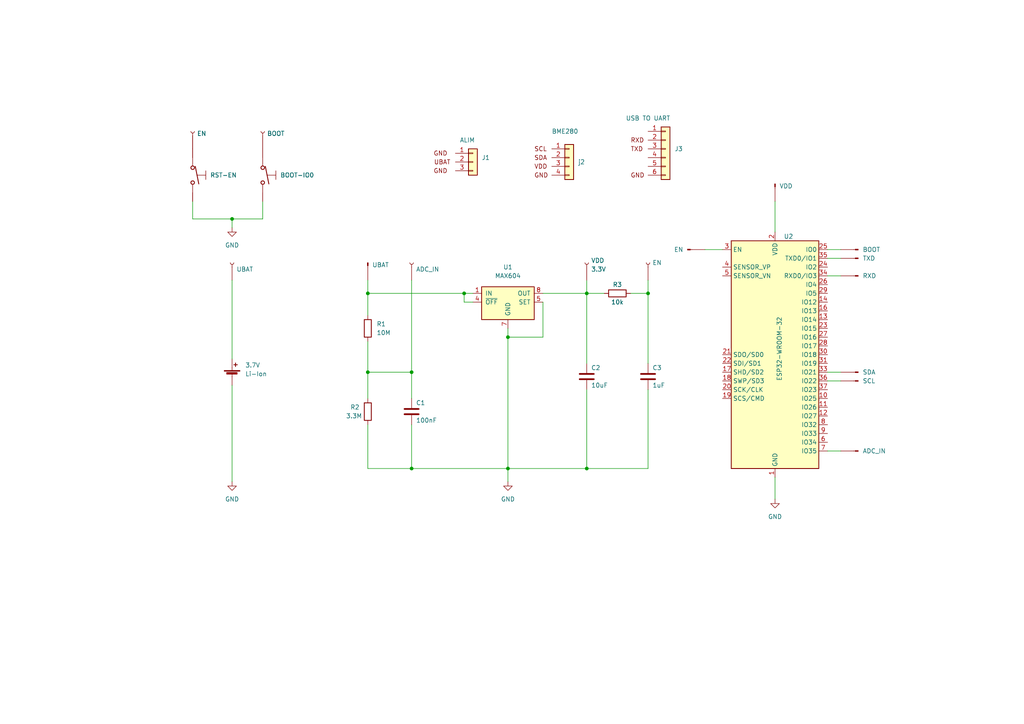
<source format=kicad_sch>
(kicad_sch (version 20230121) (generator eeschema)

  (uuid 59e138e6-7a4f-4e45-aef3-bc79353c10e7)

  (paper "A4")

  (title_block
    (title "airsens proto V06_tld")
    (date "2022-11-25")
    (rev "06_tld")
    (company "JOM52")
    (comment 1 "Série limitée pour tests longue durée")
  )

  (lib_symbols
    (symbol "Analog_Switch:ADG417BR" (pin_names (offset 0.254)) (in_bom yes) (on_board yes)
      (property "Reference" "U?" (at 1.2701 -3.81 90)
        (effects (font (size 1.27 1.27)) (justify left) hide)
      )
      (property "Value" "ADG417BR" (at 8.89 -6.35 90)
        (effects (font (size 1.27 1.27)) (justify left) hide)
      )
      (property "Footprint" "Package_SO:SOIC-8_3.9x4.9mm_P1.27mm" (at -5.08 2.54 0)
        (effects (font (size 1.27 1.27)) hide)
      )
      (property "Datasheet" "https://www.analog.com/media/en/technical-documentation/data-sheets/ADG417.pdf" (at -7.62 -1.27 0)
        (effects (font (size 1.27 1.27)) hide)
      )
      (property "ki_keywords" "CMOS Analog Switch" (at 0 0 0)
        (effects (font (size 1.27 1.27)) hide)
      )
      (property "ki_description" "Single SPST Monolithic LC²MOS Analog Switch, normally OFF, 25Ohm Ron, SOIC-8" (at 0 0 0)
        (effects (font (size 1.27 1.27)) hide)
      )
      (property "ki_fp_filters" "SOIC*3.9x4.9mm*P1.27mm*" (at 0 0 0)
        (effects (font (size 1.27 1.27)) hide)
      )
      (symbol "ADG417BR_0_1"
        (polyline
          (pts
            (xy 0 1.27)
            (xy 0 3.81)
            (xy -1.27 3.81)
            (xy 1.27 3.81)
          )
          (stroke (width 0) (type default))
          (fill (type none))
        )
      )
      (symbol "ADG417BR_1_1"
        (circle (center -2.159 0) (radius 0.508)
          (stroke (width 0.254) (type default))
          (fill (type none))
        )
        (polyline
          (pts
            (xy -5.08 0)
            (xy -2.794 0)
          )
          (stroke (width 0) (type default))
          (fill (type none))
        )
        (polyline
          (pts
            (xy -2.54 0.762)
            (xy 2.54 1.778)
          )
          (stroke (width 0.254) (type default))
          (fill (type none))
        )
        (polyline
          (pts
            (xy 5.08 0)
            (xy 2.794 0)
          )
          (stroke (width 0) (type default))
          (fill (type none))
        )
        (circle (center 2.159 0) (radius 0.508)
          (stroke (width 0.254) (type default))
          (fill (type none))
        )
        (pin passive line (at -7.62 0 0) (length 2.54)
          (name "~" (effects (font (size 1.27 1.27))))
          (number "" (effects (font (size 1.27 1.27))))
        )
        (pin passive line (at 7.62 0 180) (length 2.54)
          (name "~" (effects (font (size 1.27 1.27))))
          (number "" (effects (font (size 1.27 1.27))))
        )
      )
      (symbol "ADG417BR_2_0"
        (pin no_connect line (at -2.54 10.16 270) (length 2.54) hide
          (name "NC" (effects (font (size 1.27 1.27))))
          (number "2" (effects (font (size 1.27 1.27))))
        )
        (pin power_in line (at 0 -12.7 90) (length 2.54)
          (name "GND" (effects (font (size 1.27 1.27))))
          (number "3" (effects (font (size 1.27 1.27))))
        )
        (pin power_in line (at 0 12.7 270) (length 2.54)
          (name "V+" (effects (font (size 1.27 1.27))))
          (number "4" (effects (font (size 1.27 1.27))))
        )
        (pin power_in line (at 2.54 12.7 270) (length 2.54)
          (name "VL" (effects (font (size 1.27 1.27))))
          (number "5" (effects (font (size 1.27 1.27))))
        )
        (pin power_in line (at 2.54 -12.7 90) (length 2.54)
          (name "V-" (effects (font (size 1.27 1.27))))
          (number "7" (effects (font (size 1.27 1.27))))
        )
      )
      (symbol "ADG417BR_2_1"
        (rectangle (start -3.81 10.16) (end 6.35 -10.16)
          (stroke (width 0.254) (type default))
          (fill (type background))
        )
      )
    )
    (symbol "Conn_01x01_Female_1" (pin_numbers hide) (pin_names (offset 1.016) hide) (in_bom yes) (on_board yes)
      (property "Reference" "J" (at 0 2.54 0)
        (effects (font (size 1.27 1.27)))
      )
      (property "Value" "Conn_01x01_Female_1" (at 0 -2.54 0)
        (effects (font (size 1.27 1.27)))
      )
      (property "Footprint" "" (at 0 0 0)
        (effects (font (size 1.27 1.27)) hide)
      )
      (property "Datasheet" "~" (at 0 0 0)
        (effects (font (size 1.27 1.27)) hide)
      )
      (property "ki_keywords" "connector" (at 0 0 0)
        (effects (font (size 1.27 1.27)) hide)
      )
      (property "ki_description" "Generic connector, single row, 01x01, script generated (kicad-library-utils/schlib/autogen/connector/)" (at 0 0 0)
        (effects (font (size 1.27 1.27)) hide)
      )
      (property "ki_fp_filters" "Connector*:*" (at 0 0 0)
        (effects (font (size 1.27 1.27)) hide)
      )
      (symbol "Conn_01x01_Female_1_1_1"
        (polyline
          (pts
            (xy -1.27 0)
            (xy -0.508 0)
          )
          (stroke (width 0.1524) (type default))
          (fill (type none))
        )
        (arc (start 0 0.508) (mid -0.5058 0) (end 0 -0.508)
          (stroke (width 0.1524) (type default))
          (fill (type none))
        )
        (pin passive line (at -5.08 0 0) (length 3.81)
          (name "Pin_1" (effects (font (size 1.27 1.27))))
          (number "1" (effects (font (size 1.27 1.27))))
        )
      )
    )
    (symbol "Conn_01x01_Female_2" (pin_numbers hide) (pin_names (offset 1.016) hide) (in_bom yes) (on_board yes)
      (property "Reference" "J" (at 0 2.54 0)
        (effects (font (size 1.27 1.27)))
      )
      (property "Value" "Conn_01x01_Female_2" (at 0 -2.54 0)
        (effects (font (size 1.27 1.27)))
      )
      (property "Footprint" "" (at 0 0 0)
        (effects (font (size 1.27 1.27)) hide)
      )
      (property "Datasheet" "~" (at 0 0 0)
        (effects (font (size 1.27 1.27)) hide)
      )
      (property "ki_keywords" "connector" (at 0 0 0)
        (effects (font (size 1.27 1.27)) hide)
      )
      (property "ki_description" "Generic connector, single row, 01x01, script generated (kicad-library-utils/schlib/autogen/connector/)" (at 0 0 0)
        (effects (font (size 1.27 1.27)) hide)
      )
      (property "ki_fp_filters" "Connector*:*" (at 0 0 0)
        (effects (font (size 1.27 1.27)) hide)
      )
      (symbol "Conn_01x01_Female_2_1_1"
        (polyline
          (pts
            (xy -1.27 0)
            (xy -0.508 0)
          )
          (stroke (width 0.1524) (type default))
          (fill (type none))
        )
        (arc (start 0 0.508) (mid -0.5058 0) (end 0 -0.508)
          (stroke (width 0.1524) (type default))
          (fill (type none))
        )
        (pin passive line (at -5.08 0 0) (length 3.81)
          (name "Pin_1" (effects (font (size 1.27 1.27))))
          (number "1" (effects (font (size 1.27 1.27))))
        )
      )
    )
    (symbol "Conn_01x01_Male_1" (pin_numbers hide) (pin_names (offset 1.016) hide) (in_bom yes) (on_board yes)
      (property "Reference" "J" (at 0 2.54 0)
        (effects (font (size 1.27 1.27)))
      )
      (property "Value" "Conn_01x01_Male_1" (at 0 -2.54 0)
        (effects (font (size 1.27 1.27)))
      )
      (property "Footprint" "" (at 0 0 0)
        (effects (font (size 1.27 1.27)) hide)
      )
      (property "Datasheet" "~" (at 0 0 0)
        (effects (font (size 1.27 1.27)) hide)
      )
      (property "ki_keywords" "connector" (at 0 0 0)
        (effects (font (size 1.27 1.27)) hide)
      )
      (property "ki_description" "Generic connector, single row, 01x01, script generated (kicad-library-utils/schlib/autogen/connector/)" (at 0 0 0)
        (effects (font (size 1.27 1.27)) hide)
      )
      (property "ki_fp_filters" "Connector*:*" (at 0 0 0)
        (effects (font (size 1.27 1.27)) hide)
      )
      (symbol "Conn_01x01_Male_1_1_1"
        (polyline
          (pts
            (xy 1.27 0)
            (xy 0.8636 0)
          )
          (stroke (width 0.1524) (type default))
          (fill (type none))
        )
        (rectangle (start 0.8636 0.127) (end 0 -0.127)
          (stroke (width 0.1524) (type default))
          (fill (type outline))
        )
        (pin passive line (at 5.08 0 180) (length 3.81)
          (name "Pin_1" (effects (font (size 1.27 1.27))))
          (number "1" (effects (font (size 1.27 1.27))))
        )
      )
    )
    (symbol "Conn_01x01_Male_2" (pin_numbers hide) (pin_names (offset 1.016) hide) (in_bom yes) (on_board yes)
      (property "Reference" "J" (at 0 2.54 0)
        (effects (font (size 1.27 1.27)))
      )
      (property "Value" "Conn_01x01_Male_2" (at 0 -2.54 0)
        (effects (font (size 1.27 1.27)))
      )
      (property "Footprint" "" (at 0 0 0)
        (effects (font (size 1.27 1.27)) hide)
      )
      (property "Datasheet" "~" (at 0 0 0)
        (effects (font (size 1.27 1.27)) hide)
      )
      (property "ki_keywords" "connector" (at 0 0 0)
        (effects (font (size 1.27 1.27)) hide)
      )
      (property "ki_description" "Generic connector, single row, 01x01, script generated (kicad-library-utils/schlib/autogen/connector/)" (at 0 0 0)
        (effects (font (size 1.27 1.27)) hide)
      )
      (property "ki_fp_filters" "Connector*:*" (at 0 0 0)
        (effects (font (size 1.27 1.27)) hide)
      )
      (symbol "Conn_01x01_Male_2_1_1"
        (polyline
          (pts
            (xy 1.27 0)
            (xy 0.8636 0)
          )
          (stroke (width 0.1524) (type default))
          (fill (type none))
        )
        (rectangle (start 0.8636 0.127) (end 0 -0.127)
          (stroke (width 0.1524) (type default))
          (fill (type outline))
        )
        (pin passive line (at 5.08 0 180) (length 3.81)
          (name "Pin_1" (effects (font (size 1.27 1.27))))
          (number "1" (effects (font (size 1.27 1.27))))
        )
      )
    )
    (symbol "Conn_01x01_Male_3" (pin_numbers hide) (pin_names (offset 1.016) hide) (in_bom yes) (on_board yes)
      (property "Reference" "J" (at 0 2.54 0)
        (effects (font (size 1.27 1.27)))
      )
      (property "Value" "Conn_01x01_Male_3" (at 0 -2.54 0)
        (effects (font (size 1.27 1.27)))
      )
      (property "Footprint" "" (at 0 0 0)
        (effects (font (size 1.27 1.27)) hide)
      )
      (property "Datasheet" "~" (at 0 0 0)
        (effects (font (size 1.27 1.27)) hide)
      )
      (property "ki_keywords" "connector" (at 0 0 0)
        (effects (font (size 1.27 1.27)) hide)
      )
      (property "ki_description" "Generic connector, single row, 01x01, script generated (kicad-library-utils/schlib/autogen/connector/)" (at 0 0 0)
        (effects (font (size 1.27 1.27)) hide)
      )
      (property "ki_fp_filters" "Connector*:*" (at 0 0 0)
        (effects (font (size 1.27 1.27)) hide)
      )
      (symbol "Conn_01x01_Male_3_1_1"
        (polyline
          (pts
            (xy 1.27 0)
            (xy 0.8636 0)
          )
          (stroke (width 0.1524) (type default))
          (fill (type none))
        )
        (rectangle (start 0.8636 0.127) (end 0 -0.127)
          (stroke (width 0.1524) (type default))
          (fill (type outline))
        )
        (pin passive line (at 5.08 0 180) (length 3.81)
          (name "Pin_1" (effects (font (size 1.27 1.27))))
          (number "1" (effects (font (size 1.27 1.27))))
        )
      )
    )
    (symbol "Conn_01x03_1" (pin_names (offset 1.016) hide) (in_bom yes) (on_board yes)
      (property "Reference" "J?" (at 2.54 1.2701 0)
        (effects (font (size 1.27 1.27)) (justify left) hide)
      )
      (property "Value" "ALIM" (at -2.54 6.35 0)
        (effects (font (size 1.27 1.27)) (justify left))
      )
      (property "Footprint" "" (at 0 0 0)
        (effects (font (size 1.27 1.27)) hide)
      )
      (property "Datasheet" "~" (at 0 0 0)
        (effects (font (size 1.27 1.27)) hide)
      )
      (property "ki_keywords" "connector" (at 0 0 0)
        (effects (font (size 1.27 1.27)) hide)
      )
      (property "ki_description" "Generic connector, single row, 01x03, script generated (kicad-library-utils/schlib/autogen/connector/)" (at 0 0 0)
        (effects (font (size 1.27 1.27)) hide)
      )
      (property "ki_fp_filters" "Connector*:*_1x??_*" (at 0 0 0)
        (effects (font (size 1.27 1.27)) hide)
      )
      (symbol "Conn_01x03_1_0_0"
        (text "GND" (at -11.43 -2.54 0)
          (effects (font (size 1.27 1.27)) (justify left))
        )
        (text "GND" (at -11.43 2.54 0)
          (effects (font (size 1.27 1.27)) (justify left))
        )
        (text "UBAT" (at -8.89 0 0)
          (effects (font (size 1.27 1.27)))
        )
      )
      (symbol "Conn_01x03_1_1_1"
        (rectangle (start -1.27 -2.413) (end 0 -2.667)
          (stroke (width 0.1524) (type default))
          (fill (type none))
        )
        (rectangle (start -1.27 0.127) (end 0 -0.127)
          (stroke (width 0.1524) (type default))
          (fill (type none))
        )
        (rectangle (start -1.27 2.667) (end 0 2.413)
          (stroke (width 0.1524) (type default))
          (fill (type none))
        )
        (rectangle (start -1.27 3.81) (end 1.27 -3.81)
          (stroke (width 0.254) (type default))
          (fill (type background))
        )
        (pin passive line (at -5.08 2.54 0) (length 3.81)
          (name "Pin_1" (effects (font (size 1.27 1.27))))
          (number "1" (effects (font (size 1.27 1.27))))
        )
        (pin passive line (at -5.08 0 0) (length 3.81)
          (name "Pin_2" (effects (font (size 1.27 1.27))))
          (number "2" (effects (font (size 1.27 1.27))))
        )
        (pin passive line (at -5.08 -2.54 0) (length 3.81)
          (name "Pin_3" (effects (font (size 1.27 1.27))))
          (number "3" (effects (font (size 1.27 1.27))))
        )
      )
    )
    (symbol "Connector:Conn_01x01_Female" (pin_numbers hide) (pin_names (offset 1.016) hide) (in_bom yes) (on_board yes)
      (property "Reference" "J" (at 0 2.54 0)
        (effects (font (size 1.27 1.27)))
      )
      (property "Value" "Conn_01x01_Female" (at 0 -2.54 0)
        (effects (font (size 1.27 1.27)))
      )
      (property "Footprint" "" (at 0 0 0)
        (effects (font (size 1.27 1.27)) hide)
      )
      (property "Datasheet" "~" (at 0 0 0)
        (effects (font (size 1.27 1.27)) hide)
      )
      (property "ki_keywords" "connector" (at 0 0 0)
        (effects (font (size 1.27 1.27)) hide)
      )
      (property "ki_description" "Generic connector, single row, 01x01, script generated (kicad-library-utils/schlib/autogen/connector/)" (at 0 0 0)
        (effects (font (size 1.27 1.27)) hide)
      )
      (property "ki_fp_filters" "Connector*:*" (at 0 0 0)
        (effects (font (size 1.27 1.27)) hide)
      )
      (symbol "Conn_01x01_Female_1_1"
        (polyline
          (pts
            (xy -1.27 0)
            (xy -0.508 0)
          )
          (stroke (width 0.1524) (type default))
          (fill (type none))
        )
        (arc (start 0 0.508) (mid -0.5058 0) (end 0 -0.508)
          (stroke (width 0.1524) (type default))
          (fill (type none))
        )
        (pin passive line (at -5.08 0 0) (length 3.81)
          (name "Pin_1" (effects (font (size 1.27 1.27))))
          (number "1" (effects (font (size 1.27 1.27))))
        )
      )
    )
    (symbol "Connector:Conn_01x01_Male" (pin_numbers hide) (pin_names (offset 1.016) hide) (in_bom yes) (on_board yes)
      (property "Reference" "J" (at 0 2.54 0)
        (effects (font (size 1.27 1.27)))
      )
      (property "Value" "Conn_01x01_Male" (at 0 -2.54 0)
        (effects (font (size 1.27 1.27)))
      )
      (property "Footprint" "" (at 0 0 0)
        (effects (font (size 1.27 1.27)) hide)
      )
      (property "Datasheet" "~" (at 0 0 0)
        (effects (font (size 1.27 1.27)) hide)
      )
      (property "ki_keywords" "connector" (at 0 0 0)
        (effects (font (size 1.27 1.27)) hide)
      )
      (property "ki_description" "Generic connector, single row, 01x01, script generated (kicad-library-utils/schlib/autogen/connector/)" (at 0 0 0)
        (effects (font (size 1.27 1.27)) hide)
      )
      (property "ki_fp_filters" "Connector*:*" (at 0 0 0)
        (effects (font (size 1.27 1.27)) hide)
      )
      (symbol "Conn_01x01_Male_1_1"
        (polyline
          (pts
            (xy 1.27 0)
            (xy 0.8636 0)
          )
          (stroke (width 0.1524) (type default))
          (fill (type none))
        )
        (rectangle (start 0.8636 0.127) (end 0 -0.127)
          (stroke (width 0.1524) (type default))
          (fill (type outline))
        )
        (pin passive line (at 5.08 0 180) (length 3.81)
          (name "Pin_1" (effects (font (size 1.27 1.27))))
          (number "1" (effects (font (size 1.27 1.27))))
        )
      )
    )
    (symbol "Connector_Generic:Conn_01x04" (pin_names (offset 1.016) hide) (in_bom yes) (on_board yes)
      (property "Reference" "j2" (at 2.54 -1.27 0)
        (effects (font (size 1.27 1.27)) (justify left))
      )
      (property "Value" "BME280" (at -5.08 7.62 0)
        (effects (font (size 1.27 1.27)) (justify left))
      )
      (property "Footprint" "" (at 0 0 0)
        (effects (font (size 1.27 1.27)) hide)
      )
      (property "Datasheet" "~" (at 0 0 0)
        (effects (font (size 1.27 1.27)) hide)
      )
      (property "ki_keywords" "connector" (at 0 0 0)
        (effects (font (size 1.27 1.27)) hide)
      )
      (property "ki_description" "Generic connector, single row, 01x04, script generated (kicad-library-utils/schlib/autogen/connector/)" (at 0 0 0)
        (effects (font (size 1.27 1.27)) hide)
      )
      (property "ki_fp_filters" "Connector*:*_1x??_*" (at 0 0 0)
        (effects (font (size 1.27 1.27)) hide)
      )
      (symbol "Conn_01x04_0_0"
        (text "" (at -6.35 8.89 0)
          (effects (font (size 1.27 1.27)))
        )
        (text "" (at -1.27 8.89 0)
          (effects (font (size 1.27 1.27)))
        )
        (text "" (at 2.54 7.62 0)
          (effects (font (size 1.27 1.27)))
        )
        (text "GND" (at -10.16 -5.08 0)
          (effects (font (size 1.27 1.27)) (justify left))
        )
        (text "SCL" (at -10.16 2.54 0)
          (effects (font (size 1.27 1.27)) (justify left))
        )
        (text "SDA" (at -10.16 0 0)
          (effects (font (size 1.27 1.27)) (justify left))
        )
        (text "VDD" (at -10.16 -2.54 0)
          (effects (font (size 1.27 1.27)) (justify left))
        )
      )
      (symbol "Conn_01x04_1_1"
        (rectangle (start -1.27 -4.953) (end 0 -5.207)
          (stroke (width 0.1524) (type default))
          (fill (type none))
        )
        (rectangle (start -1.27 -2.413) (end 0 -2.667)
          (stroke (width 0.1524) (type default))
          (fill (type none))
        )
        (rectangle (start -1.27 0.127) (end 0 -0.127)
          (stroke (width 0.1524) (type default))
          (fill (type none))
        )
        (rectangle (start -1.27 2.667) (end 0 2.413)
          (stroke (width 0.1524) (type default))
          (fill (type none))
        )
        (rectangle (start -1.27 3.81) (end 1.27 -6.35)
          (stroke (width 0.254) (type default))
          (fill (type background))
        )
        (pin passive line (at -5.08 2.54 0) (length 3.81)
          (name "Pin_1" (effects (font (size 1.27 1.27))))
          (number "1" (effects (font (size 1.27 1.27))))
        )
        (pin passive line (at -5.08 0 0) (length 3.81)
          (name "Pin_2" (effects (font (size 1.27 1.27))))
          (number "2" (effects (font (size 1.27 1.27))))
        )
        (pin passive line (at -5.08 -2.54 0) (length 3.81)
          (name "Pin_3" (effects (font (size 1.27 1.27))))
          (number "3" (effects (font (size 1.27 1.27))))
        )
        (pin passive line (at -5.08 -5.08 0) (length 3.81)
          (name "Pin_4" (effects (font (size 1.27 1.27))))
          (number "4" (effects (font (size 1.27 1.27))))
        )
      )
    )
    (symbol "Connector_Generic:Conn_01x06" (pin_names (offset 1.016) hide) (in_bom yes) (on_board yes)
      (property "Reference" "J3" (at 3.81 0 0)
        (effects (font (size 1.27 1.27)))
      )
      (property "Value" "USB TO UART" (at -5.08 8.89 0)
        (effects (font (size 1.27 1.27)))
      )
      (property "Footprint" "" (at 0 0 0)
        (effects (font (size 1.27 1.27)) hide)
      )
      (property "Datasheet" "~" (at 0 0 0)
        (effects (font (size 1.27 1.27)) hide)
      )
      (property "ki_keywords" "connector" (at 0 0 0)
        (effects (font (size 1.27 1.27)) hide)
      )
      (property "ki_description" "Generic connector, single row, 01x06, script generated (kicad-library-utils/schlib/autogen/connector/)" (at 0 0 0)
        (effects (font (size 1.27 1.27)) hide)
      )
      (property "ki_fp_filters" "Connector*:*_1x??_*" (at 0 0 0)
        (effects (font (size 1.27 1.27)) hide)
      )
      (symbol "Conn_01x06_0_0"
        (text "GND" (at -10.16 -7.62 0)
          (effects (font (size 1.27 1.27)) (justify left))
        )
        (text "RXD" (at -10.16 2.54 0)
          (effects (font (size 1.27 1.27)) (justify left))
        )
        (text "TXD" (at -10.16 0 0)
          (effects (font (size 1.27 1.27)) (justify left))
        )
      )
      (symbol "Conn_01x06_1_1"
        (rectangle (start -1.27 -7.493) (end 0 -7.747)
          (stroke (width 0.1524) (type default))
          (fill (type none))
        )
        (rectangle (start -1.27 -4.953) (end 0 -5.207)
          (stroke (width 0.1524) (type default))
          (fill (type none))
        )
        (rectangle (start -1.27 -2.413) (end 0 -2.667)
          (stroke (width 0.1524) (type default))
          (fill (type none))
        )
        (rectangle (start -1.27 0.127) (end 0 -0.127)
          (stroke (width 0.1524) (type default))
          (fill (type none))
        )
        (rectangle (start -1.27 2.667) (end 0 2.413)
          (stroke (width 0.1524) (type default))
          (fill (type none))
        )
        (rectangle (start -1.27 5.207) (end 0 4.953)
          (stroke (width 0.1524) (type default))
          (fill (type none))
        )
        (rectangle (start -1.27 6.35) (end 1.27 -8.89)
          (stroke (width 0.254) (type default))
          (fill (type background))
        )
        (pin passive line (at -5.08 5.08 0) (length 3.81)
          (name "Pin_1" (effects (font (size 1.27 1.27))))
          (number "1" (effects (font (size 1.27 1.27))))
        )
        (pin passive line (at -5.08 2.54 0) (length 3.81)
          (name "Pin_2" (effects (font (size 1.27 1.27))))
          (number "2" (effects (font (size 1.27 1.27))))
        )
        (pin passive line (at -5.08 0 0) (length 3.81)
          (name "Pin_3" (effects (font (size 1.27 1.27))))
          (number "3" (effects (font (size 1.27 1.27))))
        )
        (pin passive line (at -5.08 -2.54 0) (length 3.81)
          (name "Pin_4" (effects (font (size 1.27 1.27))))
          (number "4" (effects (font (size 1.27 1.27))))
        )
        (pin passive line (at -5.08 -5.08 0) (length 3.81)
          (name "Pin_5" (effects (font (size 1.27 1.27))))
          (number "5" (effects (font (size 1.27 1.27))))
        )
        (pin passive line (at -5.08 -7.62 0) (length 3.81)
          (name "Pin_6" (effects (font (size 1.27 1.27))))
          (number "6" (effects (font (size 1.27 1.27))))
        )
      )
    )
    (symbol "Device:Battery_Cell" (pin_numbers hide) (pin_names (offset 0) hide) (in_bom yes) (on_board yes)
      (property "Reference" "BT" (at 2.54 2.54 0)
        (effects (font (size 1.27 1.27)) (justify left))
      )
      (property "Value" "Battery_Cell" (at 2.54 0 0)
        (effects (font (size 1.27 1.27)) (justify left))
      )
      (property "Footprint" "" (at 0 1.524 90)
        (effects (font (size 1.27 1.27)) hide)
      )
      (property "Datasheet" "~" (at 0 1.524 90)
        (effects (font (size 1.27 1.27)) hide)
      )
      (property "ki_keywords" "battery cell" (at 0 0 0)
        (effects (font (size 1.27 1.27)) hide)
      )
      (property "ki_description" "Single-cell battery" (at 0 0 0)
        (effects (font (size 1.27 1.27)) hide)
      )
      (symbol "Battery_Cell_0_1"
        (rectangle (start -2.286 1.778) (end 2.286 1.524)
          (stroke (width 0) (type default))
          (fill (type outline))
        )
        (rectangle (start -1.5748 1.1938) (end 1.4732 0.6858)
          (stroke (width 0) (type default))
          (fill (type outline))
        )
        (polyline
          (pts
            (xy 0 0.762)
            (xy 0 0)
          )
          (stroke (width 0) (type default))
          (fill (type none))
        )
        (polyline
          (pts
            (xy 0 1.778)
            (xy 0 2.54)
          )
          (stroke (width 0) (type default))
          (fill (type none))
        )
        (polyline
          (pts
            (xy 0.508 3.429)
            (xy 1.524 3.429)
          )
          (stroke (width 0.254) (type default))
          (fill (type none))
        )
        (polyline
          (pts
            (xy 1.016 3.937)
            (xy 1.016 2.921)
          )
          (stroke (width 0.254) (type default))
          (fill (type none))
        )
      )
      (symbol "Battery_Cell_1_1"
        (pin passive line (at 0 5.08 270) (length 2.54)
          (name "+" (effects (font (size 1.27 1.27))))
          (number "1" (effects (font (size 1.27 1.27))))
        )
        (pin passive line (at 0 -2.54 90) (length 2.54)
          (name "-" (effects (font (size 1.27 1.27))))
          (number "2" (effects (font (size 1.27 1.27))))
        )
      )
    )
    (symbol "Device:C" (pin_numbers hide) (pin_names (offset 0.254)) (in_bom yes) (on_board yes)
      (property "Reference" "C" (at 0.635 2.54 0)
        (effects (font (size 1.27 1.27)) (justify left))
      )
      (property "Value" "C" (at 0.635 -2.54 0)
        (effects (font (size 1.27 1.27)) (justify left))
      )
      (property "Footprint" "" (at 0.9652 -3.81 0)
        (effects (font (size 1.27 1.27)) hide)
      )
      (property "Datasheet" "~" (at 0 0 0)
        (effects (font (size 1.27 1.27)) hide)
      )
      (property "ki_keywords" "cap capacitor" (at 0 0 0)
        (effects (font (size 1.27 1.27)) hide)
      )
      (property "ki_description" "Unpolarized capacitor" (at 0 0 0)
        (effects (font (size 1.27 1.27)) hide)
      )
      (property "ki_fp_filters" "C_*" (at 0 0 0)
        (effects (font (size 1.27 1.27)) hide)
      )
      (symbol "C_0_1"
        (polyline
          (pts
            (xy -2.032 -0.762)
            (xy 2.032 -0.762)
          )
          (stroke (width 0.508) (type default))
          (fill (type none))
        )
        (polyline
          (pts
            (xy -2.032 0.762)
            (xy 2.032 0.762)
          )
          (stroke (width 0.508) (type default))
          (fill (type none))
        )
      )
      (symbol "C_1_1"
        (pin passive line (at 0 3.81 270) (length 2.794)
          (name "~" (effects (font (size 1.27 1.27))))
          (number "1" (effects (font (size 1.27 1.27))))
        )
        (pin passive line (at 0 -3.81 90) (length 2.794)
          (name "~" (effects (font (size 1.27 1.27))))
          (number "2" (effects (font (size 1.27 1.27))))
        )
      )
    )
    (symbol "Device:R" (pin_numbers hide) (pin_names (offset 0)) (in_bom yes) (on_board yes)
      (property "Reference" "R" (at 2.032 0 90)
        (effects (font (size 1.27 1.27)))
      )
      (property "Value" "R" (at 0 0 90)
        (effects (font (size 1.27 1.27)))
      )
      (property "Footprint" "" (at -1.778 0 90)
        (effects (font (size 1.27 1.27)) hide)
      )
      (property "Datasheet" "~" (at 0 0 0)
        (effects (font (size 1.27 1.27)) hide)
      )
      (property "ki_keywords" "R res resistor" (at 0 0 0)
        (effects (font (size 1.27 1.27)) hide)
      )
      (property "ki_description" "Resistor" (at 0 0 0)
        (effects (font (size 1.27 1.27)) hide)
      )
      (property "ki_fp_filters" "R_*" (at 0 0 0)
        (effects (font (size 1.27 1.27)) hide)
      )
      (symbol "R_0_1"
        (rectangle (start -1.016 -2.54) (end 1.016 2.54)
          (stroke (width 0.254) (type default))
          (fill (type none))
        )
      )
      (symbol "R_1_1"
        (pin passive line (at 0 3.81 270) (length 1.27)
          (name "~" (effects (font (size 1.27 1.27))))
          (number "1" (effects (font (size 1.27 1.27))))
        )
        (pin passive line (at 0 -3.81 90) (length 1.27)
          (name "~" (effects (font (size 1.27 1.27))))
          (number "2" (effects (font (size 1.27 1.27))))
        )
      )
    )
    (symbol "RF_Module:ESP32-WROOM-32" (in_bom yes) (on_board yes)
      (property "Reference" "U" (at -12.7 34.29 0)
        (effects (font (size 1.27 1.27)) (justify left))
      )
      (property "Value" "ESP32-WROOM-32" (at 1.27 34.29 0)
        (effects (font (size 1.27 1.27)) (justify left))
      )
      (property "Footprint" "RF_Module:ESP32-WROOM-32" (at 0 -38.1 0)
        (effects (font (size 1.27 1.27)) hide)
      )
      (property "Datasheet" "https://www.espressif.com/sites/default/files/documentation/esp32-wroom-32_datasheet_en.pdf" (at -7.62 1.27 0)
        (effects (font (size 1.27 1.27)) hide)
      )
      (property "ki_keywords" "RF Radio BT ESP ESP32 Espressif onboard PCB antenna" (at 0 0 0)
        (effects (font (size 1.27 1.27)) hide)
      )
      (property "ki_description" "RF Module, ESP32-D0WDQ6 SoC, Wi-Fi 802.11b/g/n, Bluetooth, BLE, 32-bit, 2.7-3.6V, onboard antenna, SMD" (at 0 0 0)
        (effects (font (size 1.27 1.27)) hide)
      )
      (property "ki_fp_filters" "ESP32?WROOM?32*" (at 0 0 0)
        (effects (font (size 1.27 1.27)) hide)
      )
      (symbol "ESP32-WROOM-32_0_1"
        (rectangle (start -12.7 33.02) (end 12.7 -33.02)
          (stroke (width 0.254) (type default))
          (fill (type background))
        )
      )
      (symbol "ESP32-WROOM-32_1_1"
        (pin power_in line (at 0 -35.56 90) (length 2.54)
          (name "GND" (effects (font (size 1.27 1.27))))
          (number "1" (effects (font (size 1.27 1.27))))
        )
        (pin bidirectional line (at 15.24 -12.7 180) (length 2.54)
          (name "IO25" (effects (font (size 1.27 1.27))))
          (number "10" (effects (font (size 1.27 1.27))))
        )
        (pin bidirectional line (at 15.24 -15.24 180) (length 2.54)
          (name "IO26" (effects (font (size 1.27 1.27))))
          (number "11" (effects (font (size 1.27 1.27))))
        )
        (pin bidirectional line (at 15.24 -17.78 180) (length 2.54)
          (name "IO27" (effects (font (size 1.27 1.27))))
          (number "12" (effects (font (size 1.27 1.27))))
        )
        (pin bidirectional line (at 15.24 10.16 180) (length 2.54)
          (name "IO14" (effects (font (size 1.27 1.27))))
          (number "13" (effects (font (size 1.27 1.27))))
        )
        (pin bidirectional line (at 15.24 15.24 180) (length 2.54)
          (name "IO12" (effects (font (size 1.27 1.27))))
          (number "14" (effects (font (size 1.27 1.27))))
        )
        (pin passive line (at 0 -35.56 90) (length 2.54) hide
          (name "GND" (effects (font (size 1.27 1.27))))
          (number "15" (effects (font (size 1.27 1.27))))
        )
        (pin bidirectional line (at 15.24 12.7 180) (length 2.54)
          (name "IO13" (effects (font (size 1.27 1.27))))
          (number "16" (effects (font (size 1.27 1.27))))
        )
        (pin bidirectional line (at -15.24 -5.08 0) (length 2.54)
          (name "SHD/SD2" (effects (font (size 1.27 1.27))))
          (number "17" (effects (font (size 1.27 1.27))))
        )
        (pin bidirectional line (at -15.24 -7.62 0) (length 2.54)
          (name "SWP/SD3" (effects (font (size 1.27 1.27))))
          (number "18" (effects (font (size 1.27 1.27))))
        )
        (pin bidirectional line (at -15.24 -12.7 0) (length 2.54)
          (name "SCS/CMD" (effects (font (size 1.27 1.27))))
          (number "19" (effects (font (size 1.27 1.27))))
        )
        (pin power_in line (at 0 35.56 270) (length 2.54)
          (name "VDD" (effects (font (size 1.27 1.27))))
          (number "2" (effects (font (size 1.27 1.27))))
        )
        (pin bidirectional line (at -15.24 -10.16 0) (length 2.54)
          (name "SCK/CLK" (effects (font (size 1.27 1.27))))
          (number "20" (effects (font (size 1.27 1.27))))
        )
        (pin bidirectional line (at -15.24 0 0) (length 2.54)
          (name "SDO/SD0" (effects (font (size 1.27 1.27))))
          (number "21" (effects (font (size 1.27 1.27))))
        )
        (pin bidirectional line (at -15.24 -2.54 0) (length 2.54)
          (name "SDI/SD1" (effects (font (size 1.27 1.27))))
          (number "22" (effects (font (size 1.27 1.27))))
        )
        (pin bidirectional line (at 15.24 7.62 180) (length 2.54)
          (name "IO15" (effects (font (size 1.27 1.27))))
          (number "23" (effects (font (size 1.27 1.27))))
        )
        (pin bidirectional line (at 15.24 25.4 180) (length 2.54)
          (name "IO2" (effects (font (size 1.27 1.27))))
          (number "24" (effects (font (size 1.27 1.27))))
        )
        (pin bidirectional line (at 15.24 30.48 180) (length 2.54)
          (name "IO0" (effects (font (size 1.27 1.27))))
          (number "25" (effects (font (size 1.27 1.27))))
        )
        (pin bidirectional line (at 15.24 20.32 180) (length 2.54)
          (name "IO4" (effects (font (size 1.27 1.27))))
          (number "26" (effects (font (size 1.27 1.27))))
        )
        (pin bidirectional line (at 15.24 5.08 180) (length 2.54)
          (name "IO16" (effects (font (size 1.27 1.27))))
          (number "27" (effects (font (size 1.27 1.27))))
        )
        (pin bidirectional line (at 15.24 2.54 180) (length 2.54)
          (name "IO17" (effects (font (size 1.27 1.27))))
          (number "28" (effects (font (size 1.27 1.27))))
        )
        (pin bidirectional line (at 15.24 17.78 180) (length 2.54)
          (name "IO5" (effects (font (size 1.27 1.27))))
          (number "29" (effects (font (size 1.27 1.27))))
        )
        (pin input line (at -15.24 30.48 0) (length 2.54)
          (name "EN" (effects (font (size 1.27 1.27))))
          (number "3" (effects (font (size 1.27 1.27))))
        )
        (pin bidirectional line (at 15.24 0 180) (length 2.54)
          (name "IO18" (effects (font (size 1.27 1.27))))
          (number "30" (effects (font (size 1.27 1.27))))
        )
        (pin bidirectional line (at 15.24 -2.54 180) (length 2.54)
          (name "IO19" (effects (font (size 1.27 1.27))))
          (number "31" (effects (font (size 1.27 1.27))))
        )
        (pin no_connect line (at -12.7 -27.94 0) (length 2.54) hide
          (name "NC" (effects (font (size 1.27 1.27))))
          (number "32" (effects (font (size 1.27 1.27))))
        )
        (pin bidirectional line (at 15.24 -5.08 180) (length 2.54)
          (name "IO21" (effects (font (size 1.27 1.27))))
          (number "33" (effects (font (size 1.27 1.27))))
        )
        (pin bidirectional line (at 15.24 22.86 180) (length 2.54)
          (name "RXD0/IO3" (effects (font (size 1.27 1.27))))
          (number "34" (effects (font (size 1.27 1.27))))
        )
        (pin bidirectional line (at 15.24 27.94 180) (length 2.54)
          (name "TXD0/IO1" (effects (font (size 1.27 1.27))))
          (number "35" (effects (font (size 1.27 1.27))))
        )
        (pin bidirectional line (at 15.24 -7.62 180) (length 2.54)
          (name "IO22" (effects (font (size 1.27 1.27))))
          (number "36" (effects (font (size 1.27 1.27))))
        )
        (pin bidirectional line (at 15.24 -10.16 180) (length 2.54)
          (name "IO23" (effects (font (size 1.27 1.27))))
          (number "37" (effects (font (size 1.27 1.27))))
        )
        (pin passive line (at 0 -35.56 90) (length 2.54) hide
          (name "GND" (effects (font (size 1.27 1.27))))
          (number "38" (effects (font (size 1.27 1.27))))
        )
        (pin passive line (at 0 -35.56 90) (length 2.54) hide
          (name "GND" (effects (font (size 1.27 1.27))))
          (number "39" (effects (font (size 1.27 1.27))))
        )
        (pin input line (at -15.24 25.4 0) (length 2.54)
          (name "SENSOR_VP" (effects (font (size 1.27 1.27))))
          (number "4" (effects (font (size 1.27 1.27))))
        )
        (pin input line (at -15.24 22.86 0) (length 2.54)
          (name "SENSOR_VN" (effects (font (size 1.27 1.27))))
          (number "5" (effects (font (size 1.27 1.27))))
        )
        (pin input line (at 15.24 -25.4 180) (length 2.54)
          (name "IO34" (effects (font (size 1.27 1.27))))
          (number "6" (effects (font (size 1.27 1.27))))
        )
        (pin input line (at 15.24 -27.94 180) (length 2.54)
          (name "IO35" (effects (font (size 1.27 1.27))))
          (number "7" (effects (font (size 1.27 1.27))))
        )
        (pin bidirectional line (at 15.24 -20.32 180) (length 2.54)
          (name "IO32" (effects (font (size 1.27 1.27))))
          (number "8" (effects (font (size 1.27 1.27))))
        )
        (pin bidirectional line (at 15.24 -22.86 180) (length 2.54)
          (name "IO33" (effects (font (size 1.27 1.27))))
          (number "9" (effects (font (size 1.27 1.27))))
        )
      )
    )
    (symbol "Regulator_Linear:MAX604" (pin_names (offset 1.016)) (in_bom yes) (on_board yes)
      (property "Reference" "U" (at -6.35 5.715 0)
        (effects (font (size 1.27 1.27)))
      )
      (property "Value" "MAX604" (at 0 5.715 0)
        (effects (font (size 1.27 1.27)) (justify left))
      )
      (property "Footprint" "" (at 0 8.255 0)
        (effects (font (size 1.27 1.27) italic) hide)
      )
      (property "Datasheet" "http://datasheets.maximintegrated.com/en/ds/MAX603-MAX604.pdf" (at 0 -1.27 0)
        (effects (font (size 1.27 1.27)) hide)
      )
      (property "ki_keywords" "Linear LDO Regulator 500mA 3.3V fixed" (at 0 0 0)
        (effects (font (size 1.27 1.27)) hide)
      )
      (property "ki_description" "500mA Linear LDO Regulator, Fixed Output 3.3V, DIP-8/SO-8" (at 0 0 0)
        (effects (font (size 1.27 1.27)) hide)
      )
      (property "ki_fp_filters" "DIP*W7.62mm* SOIC*3.9x4.9mm*P1.27mm*" (at 0 0 0)
        (effects (font (size 1.27 1.27)) hide)
      )
      (symbol "MAX604_0_1"
        (rectangle (start -7.62 4.445) (end 7.62 -5.08)
          (stroke (width 0.254) (type default))
          (fill (type background))
        )
      )
      (symbol "MAX604_1_1"
        (pin power_in line (at -10.16 2.54 0) (length 2.54)
          (name "IN" (effects (font (size 1.27 1.27))))
          (number "1" (effects (font (size 1.27 1.27))))
        )
        (pin passive line (at 0 -7.62 90) (length 2.54) hide
          (name "GND" (effects (font (size 1.27 1.27))))
          (number "2" (effects (font (size 1.27 1.27))))
        )
        (pin passive line (at 0 -7.62 90) (length 2.54) hide
          (name "GND" (effects (font (size 1.27 1.27))))
          (number "3" (effects (font (size 1.27 1.27))))
        )
        (pin input line (at -10.16 0 0) (length 2.54)
          (name "~{OFF}" (effects (font (size 1.27 1.27))))
          (number "4" (effects (font (size 1.27 1.27))))
        )
        (pin passive line (at 10.16 0 180) (length 2.54)
          (name "SET" (effects (font (size 1.27 1.27))))
          (number "5" (effects (font (size 1.27 1.27))))
        )
        (pin passive line (at 0 -7.62 90) (length 2.54) hide
          (name "GND" (effects (font (size 1.27 1.27))))
          (number "6" (effects (font (size 1.27 1.27))))
        )
        (pin power_in line (at 0 -7.62 90) (length 2.54)
          (name "GND" (effects (font (size 1.27 1.27))))
          (number "7" (effects (font (size 1.27 1.27))))
        )
        (pin power_out line (at 10.16 2.54 180) (length 2.54)
          (name "OUT" (effects (font (size 1.27 1.27))))
          (number "8" (effects (font (size 1.27 1.27))))
        )
      )
    )
    (symbol "power:GND" (power) (pin_names (offset 0)) (in_bom yes) (on_board yes)
      (property "Reference" "#PWR" (at 0 -6.35 0)
        (effects (font (size 1.27 1.27)) hide)
      )
      (property "Value" "GND" (at 0 -3.81 0)
        (effects (font (size 1.27 1.27)))
      )
      (property "Footprint" "" (at 0 0 0)
        (effects (font (size 1.27 1.27)) hide)
      )
      (property "Datasheet" "" (at 0 0 0)
        (effects (font (size 1.27 1.27)) hide)
      )
      (property "ki_keywords" "power-flag" (at 0 0 0)
        (effects (font (size 1.27 1.27)) hide)
      )
      (property "ki_description" "Power symbol creates a global label with name \"GND\" , ground" (at 0 0 0)
        (effects (font (size 1.27 1.27)) hide)
      )
      (symbol "GND_0_1"
        (polyline
          (pts
            (xy 0 0)
            (xy 0 -1.27)
            (xy 1.27 -1.27)
            (xy 0 -2.54)
            (xy -1.27 -1.27)
            (xy 0 -1.27)
          )
          (stroke (width 0) (type default))
          (fill (type none))
        )
      )
      (symbol "GND_1_1"
        (pin power_in line (at 0 0 270) (length 0) hide
          (name "GND" (effects (font (size 1.27 1.27))))
          (number "1" (effects (font (size 1.27 1.27))))
        )
      )
    )
  )

  (junction (at 119.38 135.89) (diameter 0) (color 0 0 0 0)
    (uuid 330559f3-5d4d-4ee1-9c67-9f97d8cc9311)
  )
  (junction (at 147.32 97.79) (diameter 0) (color 0 0 0 0)
    (uuid 405ac5f9-4485-40bf-88ef-fd676eb4bd23)
  )
  (junction (at 67.31 63.5) (diameter 0) (color 0 0 0 0)
    (uuid 46737813-2e6b-4c70-b730-ad68f1a74100)
  )
  (junction (at 134.62 85.09) (diameter 0) (color 0 0 0 0)
    (uuid 60819ca8-a37d-4206-815d-b4c616a8bbfe)
  )
  (junction (at 187.96 85.09) (diameter 0) (color 0 0 0 0)
    (uuid 85d13a89-c835-4fa6-8484-dc5a180077f2)
  )
  (junction (at 147.32 135.89) (diameter 0) (color 0 0 0 0)
    (uuid 89443180-176a-451e-90bb-ea270bccdc5f)
  )
  (junction (at 170.18 135.89) (diameter 0) (color 0 0 0 0)
    (uuid ce023fd4-b74b-492a-a1fd-63d3cc66e3b6)
  )
  (junction (at 106.68 107.95) (diameter 0) (color 0 0 0 0)
    (uuid d4f1ac6f-e502-4674-b105-67a21f3a5153)
  )
  (junction (at 119.38 107.95) (diameter 0) (color 0 0 0 0)
    (uuid dcad4c0d-49ba-447d-b6d7-c4e0df87450c)
  )
  (junction (at 170.18 85.09) (diameter 0) (color 0 0 0 0)
    (uuid e0d564dc-a256-4dc7-849e-f355652d6cdc)
  )
  (junction (at 106.68 85.09) (diameter 0) (color 0 0 0 0)
    (uuid f3e91314-1593-4e3d-804f-5e3bb42c2a70)
  )

  (wire (pts (xy 119.38 81.28) (xy 119.38 107.95))
    (stroke (width 0) (type default))
    (uuid 023cba9e-a358-450d-ac4f-cdc37f778475)
  )
  (wire (pts (xy 76.2 63.5) (xy 67.31 63.5))
    (stroke (width 0) (type default))
    (uuid 051cbb23-bc35-4a2b-a6ef-845f4a762e49)
  )
  (wire (pts (xy 224.79 138.43) (xy 224.79 144.78))
    (stroke (width 0) (type default))
    (uuid 0ac8b627-a52c-4d23-b76f-bb43007fc729)
  )
  (wire (pts (xy 137.16 87.63) (xy 134.62 87.63))
    (stroke (width 0) (type default))
    (uuid 14ed5c55-4d3f-45ea-9660-56a7902be81f)
  )
  (wire (pts (xy 67.31 111.76) (xy 67.31 139.7))
    (stroke (width 0) (type default))
    (uuid 16f39861-a696-4430-bd02-9c450e8d0d70)
  )
  (wire (pts (xy 187.96 81.28) (xy 187.96 85.09))
    (stroke (width 0) (type default))
    (uuid 1c42cbe2-4802-4f06-a832-05e9e3fbb651)
  )
  (wire (pts (xy 170.18 81.28) (xy 170.18 85.09))
    (stroke (width 0) (type default))
    (uuid 1e422ba2-864f-4f03-8d37-443052ec1016)
  )
  (wire (pts (xy 134.62 85.09) (xy 137.16 85.09))
    (stroke (width 0) (type default))
    (uuid 1f501250-3208-4297-9470-6e55fb73abf8)
  )
  (wire (pts (xy 106.68 107.95) (xy 119.38 107.95))
    (stroke (width 0) (type default))
    (uuid 24543f9a-520c-421e-b4c1-0e27dc71c244)
  )
  (wire (pts (xy 147.32 135.89) (xy 147.32 139.7))
    (stroke (width 0) (type default))
    (uuid 24d48439-5ea3-4843-ae91-d3fab3a75233)
  )
  (wire (pts (xy 147.32 97.79) (xy 157.48 97.79))
    (stroke (width 0) (type default))
    (uuid 356c9cca-83e9-4a09-9f16-43230dfefa37)
  )
  (wire (pts (xy 170.18 85.09) (xy 170.18 105.41))
    (stroke (width 0) (type default))
    (uuid 3d6e28fb-8896-41c4-b082-6c563f6f504d)
  )
  (wire (pts (xy 67.31 81.28) (xy 67.31 104.14))
    (stroke (width 0) (type default))
    (uuid 407708b6-6fa2-46a9-8de4-0ebb11e3c2e0)
  )
  (wire (pts (xy 240.03 110.49) (xy 243.84 110.49))
    (stroke (width 0) (type default))
    (uuid 421ba4b4-e59f-4ac6-843b-95b68f6c1273)
  )
  (wire (pts (xy 187.96 85.09) (xy 187.96 105.41))
    (stroke (width 0) (type default))
    (uuid 4553ad5c-59e9-4a2f-b7dc-005568124c1c)
  )
  (wire (pts (xy 67.31 63.5) (xy 55.88 63.5))
    (stroke (width 0) (type default))
    (uuid 4a29488e-e14b-41d8-b297-c88e4db86d98)
  )
  (wire (pts (xy 119.38 135.89) (xy 147.32 135.89))
    (stroke (width 0) (type default))
    (uuid 4b75ec41-6413-4439-a0e5-93b36f34ebcd)
  )
  (wire (pts (xy 157.48 85.09) (xy 170.18 85.09))
    (stroke (width 0) (type default))
    (uuid 4d34bfce-7aec-46db-9385-d060c5698a6f)
  )
  (wire (pts (xy 147.32 95.25) (xy 147.32 97.79))
    (stroke (width 0) (type default))
    (uuid 5055d6d2-a6a5-432b-8dd0-a35f576b7638)
  )
  (wire (pts (xy 67.31 63.5) (xy 67.31 66.04))
    (stroke (width 0) (type default))
    (uuid 5bb571d5-d0c1-494d-adbc-a87ef5d06aab)
  )
  (wire (pts (xy 134.62 85.09) (xy 134.62 87.63))
    (stroke (width 0) (type default))
    (uuid 60f1d490-5f5b-4a23-ba83-8a1f0d0d993d)
  )
  (wire (pts (xy 240.03 80.01) (xy 243.84 80.01))
    (stroke (width 0) (type default))
    (uuid 6238224e-0703-419c-90a3-b2ca62fb6518)
  )
  (wire (pts (xy 76.2 58.42) (xy 76.2 63.5))
    (stroke (width 0) (type default))
    (uuid 69f3f3bb-d88b-4970-95e5-4f0477209228)
  )
  (wire (pts (xy 55.88 58.42) (xy 55.88 63.5))
    (stroke (width 0) (type default))
    (uuid 6bd78247-7cdd-4b52-8901-8deab978dde2)
  )
  (wire (pts (xy 147.32 97.79) (xy 147.32 135.89))
    (stroke (width 0) (type default))
    (uuid 7aee47de-5235-4eb9-b537-0dad865a3ad4)
  )
  (wire (pts (xy 147.32 135.89) (xy 170.18 135.89))
    (stroke (width 0) (type default))
    (uuid 813d4818-60b1-49ab-a459-8ca4be826790)
  )
  (wire (pts (xy 182.88 85.09) (xy 187.96 85.09))
    (stroke (width 0) (type default))
    (uuid 8658386f-37c6-4f2c-aaea-da1f8e94e4eb)
  )
  (wire (pts (xy 106.68 85.09) (xy 106.68 91.44))
    (stroke (width 0) (type default))
    (uuid 88a039e5-0688-4bd2-be55-e5c57a6ca898)
  )
  (wire (pts (xy 170.18 85.09) (xy 175.26 85.09))
    (stroke (width 0) (type default))
    (uuid 899b9d21-f1d2-4dbf-afcd-820f35a209cc)
  )
  (wire (pts (xy 170.18 113.03) (xy 170.18 135.89))
    (stroke (width 0) (type default))
    (uuid 89afb290-b0ff-42fa-ae03-51c73e48d3aa)
  )
  (wire (pts (xy 106.68 135.89) (xy 119.38 135.89))
    (stroke (width 0) (type default))
    (uuid 8d9ff24c-215b-49c7-a743-f15041e488b2)
  )
  (wire (pts (xy 187.96 135.89) (xy 170.18 135.89))
    (stroke (width 0) (type default))
    (uuid 90e7ca8c-0c4f-46d3-ba1c-ab94968b380d)
  )
  (wire (pts (xy 224.79 58.42) (xy 224.79 67.31))
    (stroke (width 0) (type default))
    (uuid 98e05f24-d18f-4407-b322-c42cfb22f744)
  )
  (wire (pts (xy 240.03 107.95) (xy 243.84 107.95))
    (stroke (width 0) (type default))
    (uuid a6f15540-4aac-4e1d-9bb4-675bcff748a7)
  )
  (wire (pts (xy 106.68 107.95) (xy 106.68 115.57))
    (stroke (width 0) (type default))
    (uuid a9b3e0f1-743d-44a8-a9bc-2e94b0d25fac)
  )
  (wire (pts (xy 106.68 99.06) (xy 106.68 107.95))
    (stroke (width 0) (type default))
    (uuid abafd314-77e6-44bc-8f67-fff3cb67f543)
  )
  (wire (pts (xy 106.68 81.28) (xy 106.68 85.09))
    (stroke (width 0) (type default))
    (uuid ae224967-51f4-4853-ba7d-1b8119dacdf5)
  )
  (wire (pts (xy 240.03 74.93) (xy 243.84 74.93))
    (stroke (width 0) (type default))
    (uuid afc8add8-fb41-461d-a7da-4fa500855643)
  )
  (wire (pts (xy 119.38 123.19) (xy 119.38 135.89))
    (stroke (width 0) (type default))
    (uuid afecd56d-a080-4aeb-ae94-679761abd773)
  )
  (wire (pts (xy 187.96 113.03) (xy 187.96 135.89))
    (stroke (width 0) (type default))
    (uuid b06a9597-00e2-46bd-8833-e525db5d438c)
  )
  (wire (pts (xy 157.48 87.63) (xy 157.48 97.79))
    (stroke (width 0) (type default))
    (uuid c0df00f0-e3e3-49e5-9103-885fa3f3530c)
  )
  (wire (pts (xy 106.68 123.19) (xy 106.68 135.89))
    (stroke (width 0) (type default))
    (uuid cd33fc2a-e5cb-4631-9d00-7a88818ce5df)
  )
  (wire (pts (xy 119.38 107.95) (xy 119.38 115.57))
    (stroke (width 0) (type default))
    (uuid d18f8089-9044-4dd0-b6bc-a3a371b53859)
  )
  (wire (pts (xy 106.68 85.09) (xy 134.62 85.09))
    (stroke (width 0) (type default))
    (uuid d633fef7-2790-4142-84c7-65e78ccf7981)
  )
  (wire (pts (xy 240.03 130.81) (xy 243.84 130.81))
    (stroke (width 0) (type default))
    (uuid e5e6d809-361c-4c60-a9ec-e139447972db)
  )
  (wire (pts (xy 204.47 72.39) (xy 209.55 72.39))
    (stroke (width 0) (type default))
    (uuid f18a2f35-e2a3-4a36-a16d-aa3e2ce34553)
  )
  (wire (pts (xy 240.03 72.39) (xy 243.84 72.39))
    (stroke (width 0) (type default))
    (uuid ffb5a3d2-739f-4540-af2b-15c752c748a3)
  )

  (symbol (lib_id "Device:C") (at 119.38 119.38 0) (unit 1)
    (in_bom yes) (on_board yes) (dnp no)
    (uuid 049dc504-80b1-44c4-a7a9-fb6850f068f3)
    (property "Reference" "C1" (at 120.65 116.84 0)
      (effects (font (size 1.27 1.27)) (justify left))
    )
    (property "Value" "100nF" (at 120.65 121.92 0)
      (effects (font (size 1.27 1.27)) (justify left))
    )
    (property "Footprint" "" (at 120.3452 123.19 0)
      (effects (font (size 1.27 1.27)) hide)
    )
    (property "Datasheet" "~" (at 119.38 119.38 0)
      (effects (font (size 1.27 1.27)) hide)
    )
    (pin "1" (uuid 98b3033b-e79b-477c-958d-9aad1eb31c0b))
    (pin "2" (uuid e8dd3513-bcd7-4517-8f0f-6b2bf8f270f6))
    (instances
      (project "airsens_v06_tld"
        (path "/59e138e6-7a4f-4e45-aef3-bc79353c10e7"
          (reference "C1") (unit 1)
        )
      )
    )
  )

  (symbol (lib_id "Device:Battery_Cell") (at 67.31 109.22 0) (unit 1)
    (in_bom yes) (on_board yes) (dnp no) (fields_autoplaced)
    (uuid 081bcf58-85f5-4f9c-9cf2-9102b6ae6e16)
    (property "Reference" "3.7V" (at 71.12 105.9179 0)
      (effects (font (size 1.27 1.27)) (justify left))
    )
    (property "Value" "Li-Ion" (at 71.12 108.4579 0)
      (effects (font (size 1.27 1.27)) (justify left))
    )
    (property "Footprint" "" (at 67.31 107.696 90)
      (effects (font (size 1.27 1.27)) hide)
    )
    (property "Datasheet" "~" (at 67.31 107.696 90)
      (effects (font (size 1.27 1.27)) hide)
    )
    (pin "1" (uuid 505edbcc-8050-4c8e-b8da-07b1d69ff83f))
    (pin "2" (uuid 3752f9fb-46ca-4e6e-ae91-b41588394b16))
    (instances
      (project "airsens_v06_tld"
        (path "/59e138e6-7a4f-4e45-aef3-bc79353c10e7"
          (reference "3.7V") (unit 1)
        )
      )
    )
  )

  (symbol (lib_name "Conn_01x03_1") (lib_id "Connector_Generic:Conn_01x03") (at 137.16 46.99 0) (unit 1)
    (in_bom yes) (on_board yes) (dnp no)
    (uuid 0f56ecfb-d2c1-43ac-aaac-c8114174e6b7)
    (property "Reference" "J1" (at 139.7 45.7199 0)
      (effects (font (size 1.27 1.27)) (justify left))
    )
    (property "Value" "ALIM" (at 133.35 40.64 0)
      (effects (font (size 1.27 1.27)) (justify left))
    )
    (property "Footprint" "" (at 137.16 46.99 0)
      (effects (font (size 1.27 1.27)) hide)
    )
    (property "Datasheet" "~" (at 137.16 46.99 0)
      (effects (font (size 1.27 1.27)) hide)
    )
    (pin "1" (uuid 56da2fd6-38fa-44b5-ad9b-f225715aee22))
    (pin "2" (uuid 0e2c953a-3975-4114-8d0e-df273efcd11d))
    (pin "3" (uuid d04a66f9-d9c4-4e2b-93d6-23085ab7bcac))
    (instances
      (project "airsens_v06_tld"
        (path "/59e138e6-7a4f-4e45-aef3-bc79353c10e7"
          (reference "J1") (unit 1)
        )
      )
    )
  )

  (symbol (lib_id "RF_Module:ESP32-WROOM-32") (at 224.79 102.87 0) (unit 1)
    (in_bom yes) (on_board yes) (dnp no)
    (uuid 14436b13-70ef-4f45-9dea-b056ee84e63d)
    (property "Reference" "U2" (at 227.33 68.58 0)
      (effects (font (size 1.27 1.27)) (justify left))
    )
    (property "Value" "ESP32-WROOM-32" (at 226.06 110.49 90)
      (effects (font (size 1.27 1.27)) (justify left))
    )
    (property "Footprint" "RF_Module:ESP32-WROOM-32" (at 224.79 140.97 0)
      (effects (font (size 1.27 1.27)) hide)
    )
    (property "Datasheet" "https://www.espressif.com/sites/default/files/documentation/esp32-wroom-32_datasheet_en.pdf" (at 217.17 101.6 0)
      (effects (font (size 1.27 1.27)) hide)
    )
    (pin "1" (uuid bba29bc8-ae67-40ac-83f8-66080f460853))
    (pin "10" (uuid b9ab94b7-4c3b-4992-94dd-8dac6013f022))
    (pin "11" (uuid 5ed223fa-69a7-43a8-a1ed-e7a1a780781c))
    (pin "12" (uuid 2c547133-f827-4a9a-a367-ab9d9bff9031))
    (pin "13" (uuid da0acb8c-935c-4c25-859c-395a03c4d54f))
    (pin "14" (uuid c8ed9730-78e4-4ced-84c0-c99b0b862885))
    (pin "15" (uuid ff92e8a5-25c7-46f9-b261-d3fa20bf4263))
    (pin "16" (uuid 74381c15-71bc-487c-9a4e-bdf44dab9d7c))
    (pin "17" (uuid 93d4363f-4066-4191-af2a-44d9204eb400))
    (pin "18" (uuid 2dc9cf40-cd17-4046-b098-41ea4858a905))
    (pin "19" (uuid 275c81c3-88e4-48fa-b799-27f7f070c83f))
    (pin "2" (uuid 50481b41-cc22-49c9-be3f-8131bc361e65))
    (pin "20" (uuid 44f78f80-64cd-42db-b7fa-d444b8bcb09e))
    (pin "21" (uuid 166285de-f73e-400f-b99d-69536a881b9d))
    (pin "22" (uuid 200c4c2a-70f8-4c38-846a-0a527d7066db))
    (pin "23" (uuid 81cba164-5824-447b-9fe8-a426a2a1b4bd))
    (pin "24" (uuid 1d455d96-d946-4141-b945-b1ca2df45137))
    (pin "25" (uuid c6b5c716-1dac-4be6-a0c4-35d86994f898))
    (pin "26" (uuid 7fbaac41-6a3d-432d-a456-d68d9b524aef))
    (pin "27" (uuid 784ed617-131b-4913-8a98-e5303846d6ea))
    (pin "28" (uuid 772e5e89-f3af-4376-addf-440b2c381a0e))
    (pin "29" (uuid bde400ab-af6d-4f73-b89d-e0962ba86d2f))
    (pin "3" (uuid 75e22315-5f57-4ae4-a4e3-71ffd5480c1c))
    (pin "30" (uuid 6ce0b325-f7d2-4219-9585-244ee09c81b0))
    (pin "31" (uuid 7aa1cf79-b7ee-4173-937b-af6a1e0db15e))
    (pin "32" (uuid b9b0c655-a68d-4827-8bfd-8ba64c362857))
    (pin "33" (uuid 38d088e2-3726-45bd-8169-8c4188e023df))
    (pin "34" (uuid b92f51ad-6658-47a4-8790-9fa72d3a0376))
    (pin "35" (uuid 7bfc8df3-dbe8-4124-9b76-351681d596fe))
    (pin "36" (uuid 410b5e35-75c8-46d4-92b2-dd69d40127fe))
    (pin "37" (uuid bed8d477-5dc0-49e6-9603-b627e4fb1df8))
    (pin "38" (uuid 9241457d-7013-4e2b-91e7-5f3cd82e72f8))
    (pin "39" (uuid a643a75d-c894-466e-9a16-5d109dc37c91))
    (pin "4" (uuid 74e8a79f-1a79-4252-9367-44211347f5de))
    (pin "5" (uuid 329c8795-f51a-4ca2-be80-09f4c9bace54))
    (pin "6" (uuid 0bdbca0a-d336-4d7f-a3d5-7b84885f1fcd))
    (pin "7" (uuid 27105c50-e240-4abf-9269-fd8d4b7d697d))
    (pin "8" (uuid b6b638a8-2609-4cfe-a5bc-6921b138bd70))
    (pin "9" (uuid 88d4ffab-36a7-4e4a-8cb1-cde41942b11f))
    (instances
      (project "airsens_v06_tld"
        (path "/59e138e6-7a4f-4e45-aef3-bc79353c10e7"
          (reference "U2") (unit 1)
        )
      )
    )
  )

  (symbol (lib_id "Connector:Conn_01x01_Male") (at 199.39 72.39 0) (unit 1)
    (in_bom yes) (on_board yes) (dnp no)
    (uuid 18c50b79-b25c-40f5-b4ef-d2b6c905ff62)
    (property "Reference" "J?" (at 200.025 67.31 0)
      (effects (font (size 1.27 1.27)) hide)
    )
    (property "Value" "EN" (at 196.85 72.39 0)
      (effects (font (size 1.27 1.27)))
    )
    (property "Footprint" "" (at 199.39 72.39 0)
      (effects (font (size 1.27 1.27)) hide)
    )
    (property "Datasheet" "~" (at 199.39 72.39 0)
      (effects (font (size 1.27 1.27)) hide)
    )
    (pin "1" (uuid 604768bf-e703-49c8-b4ec-77d6f17752ec))
    (instances
      (project "airsens_v06_tld"
        (path "/59e138e6-7a4f-4e45-aef3-bc79353c10e7"
          (reference "J?") (unit 1)
        )
      )
    )
  )

  (symbol (lib_id "Connector_Generic:Conn_01x06") (at 193.04 43.18 0) (unit 1)
    (in_bom yes) (on_board yes) (dnp no)
    (uuid 1a2736fb-c014-4aea-aaf6-25f229d74040)
    (property "Reference" "J3" (at 196.85 43.18 0)
      (effects (font (size 1.27 1.27)))
    )
    (property "Value" "USB TO UART" (at 187.96 34.29 0)
      (effects (font (size 1.27 1.27)))
    )
    (property "Footprint" "" (at 193.04 43.18 0)
      (effects (font (size 1.27 1.27)) hide)
    )
    (property "Datasheet" "~" (at 193.04 43.18 0)
      (effects (font (size 1.27 1.27)) hide)
    )
    (pin "1" (uuid 0bf885e4-4f99-4d8f-909c-cdc0133d413e))
    (pin "2" (uuid dbcad603-889b-4ef5-b8b0-3c9c2f664d90))
    (pin "3" (uuid 0749c824-4310-4f3d-aa5d-05398ace4a8e))
    (pin "4" (uuid cb3d8859-0349-4ff8-a53f-c3ae43cea24a))
    (pin "5" (uuid e16241bd-4fca-441f-80d1-16300744327d))
    (pin "6" (uuid 6c0bee19-d82b-4ae3-af70-faccaf43384c))
    (instances
      (project "airsens_v06_tld"
        (path "/59e138e6-7a4f-4e45-aef3-bc79353c10e7"
          (reference "J3") (unit 1)
        )
      )
    )
  )

  (symbol (lib_name "Conn_01x01_Male_2") (lib_id "Connector:Conn_01x01_Male") (at 106.68 76.2 270) (unit 1)
    (in_bom yes) (on_board yes) (dnp no) (fields_autoplaced)
    (uuid 1ade555d-3964-4e08-9aa4-c0d7869328f8)
    (property "Reference" "J?" (at 105.41 78.1051 90)
      (effects (font (size 1.27 1.27)) (justify right) hide)
    )
    (property "Value" "UBAT" (at 107.95 76.8349 90)
      (effects (font (size 1.27 1.27)) (justify left))
    )
    (property "Footprint" "" (at 106.68 76.2 0)
      (effects (font (size 1.27 1.27)) hide)
    )
    (property "Datasheet" "~" (at 106.68 76.2 0)
      (effects (font (size 1.27 1.27)) hide)
    )
    (pin "1" (uuid 4e0fef80-19ac-443a-a486-af2197f78fab))
    (instances
      (project "airsens_v06_tld"
        (path "/59e138e6-7a4f-4e45-aef3-bc79353c10e7"
          (reference "J?") (unit 1)
        )
      )
    )
  )

  (symbol (lib_id "Connector_Generic:Conn_01x04") (at 165.1 45.72 0) (unit 1)
    (in_bom yes) (on_board yes) (dnp no)
    (uuid 200cb961-ce03-4051-b022-1732a98ea75f)
    (property "Reference" "j2" (at 167.64 46.99 0)
      (effects (font (size 1.27 1.27)) (justify left))
    )
    (property "Value" "BME280" (at 160.02 38.1 0)
      (effects (font (size 1.27 1.27)) (justify left))
    )
    (property "Footprint" "" (at 165.1 45.72 0)
      (effects (font (size 1.27 1.27)) hide)
    )
    (property "Datasheet" "~" (at 165.1 45.72 0)
      (effects (font (size 1.27 1.27)) hide)
    )
    (pin "1" (uuid 888895e7-0e92-4ac9-9ec9-32a200a8c2a5))
    (pin "2" (uuid ac015646-b2cd-4ee2-ba23-f05146a64003))
    (pin "3" (uuid 97de3b0a-d214-48bb-8288-08b8ec2908d0))
    (pin "4" (uuid 09bdc6d4-8f31-466c-8909-ec64224e14e1))
    (instances
      (project "airsens_v06_tld"
        (path "/59e138e6-7a4f-4e45-aef3-bc79353c10e7"
          (reference "j2") (unit 1)
        )
      )
    )
  )

  (symbol (lib_name "Conn_01x01_Female_1") (lib_id "Connector:Conn_01x01_Female") (at 187.96 76.2 90) (unit 1)
    (in_bom yes) (on_board yes) (dnp no)
    (uuid 24d61501-2fe0-4dfc-8593-e522e7052e9e)
    (property "Reference" "EN" (at 189.23 76.2 90)
      (effects (font (size 1.27 1.27)) (justify right))
    )
    (property "Value" "EN" (at 189.23 78.1049 90)
      (effects (font (size 1.27 1.27)) (justify right) hide)
    )
    (property "Footprint" "" (at 187.96 76.2 0)
      (effects (font (size 1.27 1.27)) hide)
    )
    (property "Datasheet" "~" (at 187.96 76.2 0)
      (effects (font (size 1.27 1.27)) hide)
    )
    (pin "1" (uuid 2f3f497f-4d40-4c57-ae74-95c78eea8d6a))
    (instances
      (project "airsens_v06_tld"
        (path "/59e138e6-7a4f-4e45-aef3-bc79353c10e7"
          (reference "EN") (unit 1)
        )
      )
    )
  )

  (symbol (lib_name "Conn_01x01_Male_3") (lib_id "Connector:Conn_01x01_Male") (at 248.92 110.49 180) (unit 1)
    (in_bom yes) (on_board yes) (dnp no)
    (uuid 29bdb6b3-2636-4451-9fb7-bdd957b1d380)
    (property "Reference" "J?" (at 248.285 105.41 0)
      (effects (font (size 1.27 1.27)) hide)
    )
    (property "Value" "SCL" (at 250.19 110.49 0)
      (effects (font (size 1.27 1.27)) (justify right))
    )
    (property "Footprint" "" (at 248.92 110.49 0)
      (effects (font (size 1.27 1.27)) hide)
    )
    (property "Datasheet" "~" (at 248.92 110.49 0)
      (effects (font (size 1.27 1.27)) hide)
    )
    (pin "1" (uuid 18338a52-c4de-443d-8f9c-483e318486da))
    (instances
      (project "airsens_v06_tld"
        (path "/59e138e6-7a4f-4e45-aef3-bc79353c10e7"
          (reference "J?") (unit 1)
        )
      )
    )
  )

  (symbol (lib_id "Device:R") (at 106.68 95.25 0) (unit 1)
    (in_bom yes) (on_board yes) (dnp no) (fields_autoplaced)
    (uuid 3ce84d0a-c098-487c-9c41-4334c1ee65f5)
    (property "Reference" "R1" (at 109.22 93.9799 0)
      (effects (font (size 1.27 1.27)) (justify left))
    )
    (property "Value" "10M" (at 109.22 96.5199 0)
      (effects (font (size 1.27 1.27)) (justify left))
    )
    (property "Footprint" "" (at 104.902 95.25 90)
      (effects (font (size 1.27 1.27)) hide)
    )
    (property "Datasheet" "~" (at 106.68 95.25 0)
      (effects (font (size 1.27 1.27)) hide)
    )
    (pin "1" (uuid f03d7aff-1ff4-4f6d-8817-24721e1572fe))
    (pin "2" (uuid a20d4367-e57c-48b5-9fb9-d3cb4f2aefb5))
    (instances
      (project "airsens_v06_tld"
        (path "/59e138e6-7a4f-4e45-aef3-bc79353c10e7"
          (reference "R1") (unit 1)
        )
      )
    )
  )

  (symbol (lib_name "Conn_01x01_Male_3") (lib_id "Connector:Conn_01x01_Male") (at 248.92 80.01 180) (unit 1)
    (in_bom yes) (on_board yes) (dnp no)
    (uuid 3e4e3323-c514-4f51-9041-76d3d0a3bfc8)
    (property "Reference" "J?" (at 248.285 74.93 0)
      (effects (font (size 1.27 1.27)) hide)
    )
    (property "Value" "RXD" (at 250.19 80.01 0)
      (effects (font (size 1.27 1.27)) (justify right))
    )
    (property "Footprint" "" (at 248.92 80.01 0)
      (effects (font (size 1.27 1.27)) hide)
    )
    (property "Datasheet" "~" (at 248.92 80.01 0)
      (effects (font (size 1.27 1.27)) hide)
    )
    (pin "1" (uuid 0ccd7dbf-28a0-436c-8ba9-775ef3791134))
    (instances
      (project "airsens_v06_tld"
        (path "/59e138e6-7a4f-4e45-aef3-bc79353c10e7"
          (reference "J?") (unit 1)
        )
      )
    )
  )

  (symbol (lib_name "Conn_01x01_Male_3") (lib_id "Connector:Conn_01x01_Male") (at 248.92 74.93 180) (unit 1)
    (in_bom yes) (on_board yes) (dnp no)
    (uuid 43084001-fbb8-4aab-ac00-3d9603af42ae)
    (property "Reference" "J?" (at 248.285 69.85 0)
      (effects (font (size 1.27 1.27)) hide)
    )
    (property "Value" "TXD" (at 250.19 74.93 0)
      (effects (font (size 1.27 1.27)) (justify right))
    )
    (property "Footprint" "" (at 248.92 74.93 0)
      (effects (font (size 1.27 1.27)) hide)
    )
    (property "Datasheet" "~" (at 248.92 74.93 0)
      (effects (font (size 1.27 1.27)) hide)
    )
    (pin "1" (uuid 051c9bc0-450f-421a-8543-d1bcc488ee72))
    (instances
      (project "airsens_v06_tld"
        (path "/59e138e6-7a4f-4e45-aef3-bc79353c10e7"
          (reference "J?") (unit 1)
        )
      )
    )
  )

  (symbol (lib_id "Connector:Conn_01x01_Female") (at 170.18 76.2 90) (unit 1)
    (in_bom yes) (on_board yes) (dnp no) (fields_autoplaced)
    (uuid 46e2a0e2-521a-400e-ad01-010c1ff588c7)
    (property "Reference" "VDD" (at 171.45 75.5649 90)
      (effects (font (size 1.27 1.27)) (justify right))
    )
    (property "Value" "3.3V" (at 171.45 78.1049 90)
      (effects (font (size 1.27 1.27)) (justify right))
    )
    (property "Footprint" "" (at 170.18 76.2 0)
      (effects (font (size 1.27 1.27)) hide)
    )
    (property "Datasheet" "~" (at 170.18 76.2 0)
      (effects (font (size 1.27 1.27)) hide)
    )
    (pin "1" (uuid eb8f47a8-d864-4254-808d-52536c5f030d))
    (instances
      (project "airsens_v06_tld"
        (path "/59e138e6-7a4f-4e45-aef3-bc79353c10e7"
          (reference "VDD") (unit 1)
        )
      )
    )
  )

  (symbol (lib_id "Analog_Switch:ADG417BR") (at 76.2 50.8 270) (unit 1)
    (in_bom yes) (on_board yes) (dnp no)
    (uuid 4f5a3be9-e0b9-4049-ac9a-b84f04f50fd3)
    (property "Reference" "U?" (at 72.39 52.0701 90)
      (effects (font (size 1.27 1.27)) (justify left) hide)
    )
    (property "Value" "BOOT-IO0" (at 81.28 50.8 90)
      (effects (font (size 1.27 1.27)) (justify left))
    )
    (property "Footprint" "Package_SO:SOIC-8_3.9x4.9mm_P1.27mm" (at 78.74 45.72 0)
      (effects (font (size 1.27 1.27)) hide)
    )
    (property "Datasheet" "https://www.analog.com/media/en/technical-documentation/data-sheets/ADG417.pdf" (at 74.93 43.18 0)
      (effects (font (size 1.27 1.27)) hide)
    )
    (pin "" (uuid be6834ee-3067-4c89-bb71-e1344eeb3969))
    (pin "" (uuid be6834ee-3067-4c89-bb71-e1344eeb3969))
    (pin "2" (uuid ce706924-9e51-4201-ae4d-3e039232baf0))
    (pin "3" (uuid 89565481-ee00-4d98-ac97-020ebbed076d))
    (pin "4" (uuid 4878d142-884b-48c8-b064-dc47823c93ff))
    (pin "5" (uuid 6fda3f1f-a5f0-445e-9c44-ff6d5ef28af5))
    (pin "7" (uuid 2da3e128-c027-4863-ae47-7825a97d20ac))
    (instances
      (project "airsens_v06_tld"
        (path "/59e138e6-7a4f-4e45-aef3-bc79353c10e7"
          (reference "U?") (unit 1)
        )
      )
    )
  )

  (symbol (lib_id "Device:C") (at 187.96 109.22 0) (unit 1)
    (in_bom yes) (on_board yes) (dnp no)
    (uuid 50eecf87-920e-4acc-9253-6373a7d7c905)
    (property "Reference" "C3" (at 189.23 106.68 0)
      (effects (font (size 1.27 1.27)) (justify left))
    )
    (property "Value" "1uF" (at 189.23 111.76 0)
      (effects (font (size 1.27 1.27)) (justify left))
    )
    (property "Footprint" "" (at 188.9252 113.03 0)
      (effects (font (size 1.27 1.27)) hide)
    )
    (property "Datasheet" "~" (at 187.96 109.22 0)
      (effects (font (size 1.27 1.27)) hide)
    )
    (pin "1" (uuid b7ee5d77-b8ff-487e-94f6-0faf8d176138))
    (pin "2" (uuid 5af1c04f-538f-4635-87d2-c614c70ff12d))
    (instances
      (project "airsens_v06_tld"
        (path "/59e138e6-7a4f-4e45-aef3-bc79353c10e7"
          (reference "C3") (unit 1)
        )
      )
    )
  )

  (symbol (lib_name "Conn_01x01_Male_3") (lib_id "Connector:Conn_01x01_Male") (at 248.92 72.39 180) (unit 1)
    (in_bom yes) (on_board yes) (dnp no)
    (uuid 591eb043-e12f-43b9-96bd-52285548d3b1)
    (property "Reference" "J?" (at 248.285 67.31 0)
      (effects (font (size 1.27 1.27)) hide)
    )
    (property "Value" "BOOT" (at 250.19 72.39 0)
      (effects (font (size 1.27 1.27)) (justify right))
    )
    (property "Footprint" "" (at 248.92 72.39 0)
      (effects (font (size 1.27 1.27)) hide)
    )
    (property "Datasheet" "~" (at 248.92 72.39 0)
      (effects (font (size 1.27 1.27)) hide)
    )
    (pin "1" (uuid 36aec55b-2fdb-46d5-ab85-43a07bf14d55))
    (instances
      (project "airsens_v06_tld"
        (path "/59e138e6-7a4f-4e45-aef3-bc79353c10e7"
          (reference "J?") (unit 1)
        )
      )
    )
  )

  (symbol (lib_id "Device:R") (at 179.07 85.09 270) (unit 1)
    (in_bom yes) (on_board yes) (dnp no)
    (uuid 5b4c1f26-7944-4f90-bd44-8bd3dfd5d53e)
    (property "Reference" "R3" (at 179.07 82.55 90)
      (effects (font (size 1.27 1.27)))
    )
    (property "Value" "10k" (at 179.07 87.63 90)
      (effects (font (size 1.27 1.27)))
    )
    (property "Footprint" "" (at 179.07 83.312 90)
      (effects (font (size 1.27 1.27)) hide)
    )
    (property "Datasheet" "~" (at 179.07 85.09 0)
      (effects (font (size 1.27 1.27)) hide)
    )
    (pin "1" (uuid 33f6463f-bf56-4cef-8e28-fe43fcb47c16))
    (pin "2" (uuid d32c3162-2482-4198-9c06-a5811d294469))
    (instances
      (project "airsens_v06_tld"
        (path "/59e138e6-7a4f-4e45-aef3-bc79353c10e7"
          (reference "R3") (unit 1)
        )
      )
    )
  )

  (symbol (lib_id "Device:C") (at 170.18 109.22 0) (unit 1)
    (in_bom yes) (on_board yes) (dnp no)
    (uuid 625b2510-4ac9-4d71-81c8-b2173d895ff1)
    (property "Reference" "C2" (at 171.45 106.68 0)
      (effects (font (size 1.27 1.27)) (justify left))
    )
    (property "Value" "10uF" (at 171.45 111.76 0)
      (effects (font (size 1.27 1.27)) (justify left))
    )
    (property "Footprint" "" (at 171.1452 113.03 0)
      (effects (font (size 1.27 1.27)) hide)
    )
    (property "Datasheet" "~" (at 170.18 109.22 0)
      (effects (font (size 1.27 1.27)) hide)
    )
    (pin "1" (uuid b983183b-3e38-445c-9193-055303431e7c))
    (pin "2" (uuid 67459078-1a47-44f1-9746-842a31baa75d))
    (instances
      (project "airsens_v06_tld"
        (path "/59e138e6-7a4f-4e45-aef3-bc79353c10e7"
          (reference "C2") (unit 1)
        )
      )
    )
  )

  (symbol (lib_name "Conn_01x01_Female_2") (lib_id "Connector:Conn_01x01_Female") (at 119.38 76.2 90) (unit 1)
    (in_bom yes) (on_board yes) (dnp no)
    (uuid 7c12ff08-069b-4ffd-94a1-2b44e1746d3d)
    (property "Reference" "J?" (at 120.65 75.5649 90)
      (effects (font (size 1.27 1.27)) (justify right) hide)
    )
    (property "Value" "ADC_IN" (at 120.65 78.1049 90)
      (effects (font (size 1.27 1.27)) (justify right))
    )
    (property "Footprint" "" (at 119.38 76.2 0)
      (effects (font (size 1.27 1.27)) hide)
    )
    (property "Datasheet" "~" (at 119.38 76.2 0)
      (effects (font (size 1.27 1.27)) hide)
    )
    (pin "1" (uuid f0806d5d-6581-47b6-bb22-75c64f05aadf))
    (instances
      (project "airsens_v06_tld"
        (path "/59e138e6-7a4f-4e45-aef3-bc79353c10e7"
          (reference "J?") (unit 1)
        )
      )
    )
  )

  (symbol (lib_id "power:GND") (at 67.31 66.04 0) (unit 1)
    (in_bom yes) (on_board yes) (dnp no) (fields_autoplaced)
    (uuid 8054206a-d164-493f-acea-208ff94c98ce)
    (property "Reference" "#PWR?" (at 67.31 72.39 0)
      (effects (font (size 1.27 1.27)) hide)
    )
    (property "Value" "GND" (at 67.31 71.12 0)
      (effects (font (size 1.27 1.27)))
    )
    (property "Footprint" "" (at 67.31 66.04 0)
      (effects (font (size 1.27 1.27)) hide)
    )
    (property "Datasheet" "" (at 67.31 66.04 0)
      (effects (font (size 1.27 1.27)) hide)
    )
    (pin "1" (uuid cf41d1a3-4ded-4458-8dc4-43cc3b18663e))
    (instances
      (project "airsens_v06_tld"
        (path "/59e138e6-7a4f-4e45-aef3-bc79353c10e7"
          (reference "#PWR?") (unit 1)
        )
      )
    )
  )

  (symbol (lib_id "power:GND") (at 147.32 139.7 0) (unit 1)
    (in_bom yes) (on_board yes) (dnp no) (fields_autoplaced)
    (uuid ac81a6b4-3ba5-4af0-b577-5370404f0e93)
    (property "Reference" "#PWR?" (at 147.32 146.05 0)
      (effects (font (size 1.27 1.27)) hide)
    )
    (property "Value" "GND" (at 147.32 144.78 0)
      (effects (font (size 1.27 1.27)))
    )
    (property "Footprint" "" (at 147.32 139.7 0)
      (effects (font (size 1.27 1.27)) hide)
    )
    (property "Datasheet" "" (at 147.32 139.7 0)
      (effects (font (size 1.27 1.27)) hide)
    )
    (pin "1" (uuid b33a6f15-9031-4650-8869-e30111009588))
    (instances
      (project "airsens_v06_tld"
        (path "/59e138e6-7a4f-4e45-aef3-bc79353c10e7"
          (reference "#PWR?") (unit 1)
        )
      )
    )
  )

  (symbol (lib_name "Conn_01x01_Female_1") (lib_id "Connector:Conn_01x01_Female") (at 55.88 38.1 90) (unit 1)
    (in_bom yes) (on_board yes) (dnp no) (fields_autoplaced)
    (uuid b6315d00-0ea9-4b94-9e50-da9a901fe601)
    (property "Reference" "EN" (at 57.15 38.7349 90)
      (effects (font (size 1.27 1.27)) (justify right))
    )
    (property "Value" "EN" (at 57.15 40.0049 90)
      (effects (font (size 1.27 1.27)) (justify right) hide)
    )
    (property "Footprint" "" (at 55.88 38.1 0)
      (effects (font (size 1.27 1.27)) hide)
    )
    (property "Datasheet" "~" (at 55.88 38.1 0)
      (effects (font (size 1.27 1.27)) hide)
    )
    (pin "1" (uuid 15a7fbdf-46cc-46f5-b73b-176ccd4c3dcc))
    (instances
      (project "airsens_v06_tld"
        (path "/59e138e6-7a4f-4e45-aef3-bc79353c10e7"
          (reference "EN") (unit 1)
        )
      )
    )
  )

  (symbol (lib_name "Conn_01x01_Male_3") (lib_id "Connector:Conn_01x01_Male") (at 248.92 130.81 180) (unit 1)
    (in_bom yes) (on_board yes) (dnp no)
    (uuid be5f2d41-f4ec-4cb9-822e-46580cfa230f)
    (property "Reference" "J?" (at 248.285 125.73 0)
      (effects (font (size 1.27 1.27)) hide)
    )
    (property "Value" "ADC_IN" (at 250.19 130.81 0)
      (effects (font (size 1.27 1.27)) (justify right))
    )
    (property "Footprint" "" (at 248.92 130.81 0)
      (effects (font (size 1.27 1.27)) hide)
    )
    (property "Datasheet" "~" (at 248.92 130.81 0)
      (effects (font (size 1.27 1.27)) hide)
    )
    (pin "1" (uuid 593ad3d4-a08e-4c7e-aac3-906683fb39bf))
    (instances
      (project "airsens_v06_tld"
        (path "/59e138e6-7a4f-4e45-aef3-bc79353c10e7"
          (reference "J?") (unit 1)
        )
      )
    )
  )

  (symbol (lib_id "Analog_Switch:ADG417BR") (at 55.88 50.8 270) (unit 1)
    (in_bom yes) (on_board yes) (dnp no)
    (uuid c2074e4e-ad2b-4e79-bf26-675fccbd4d16)
    (property "Reference" "U?" (at 52.07 52.0701 90)
      (effects (font (size 1.27 1.27)) (justify left) hide)
    )
    (property "Value" "RST-EN" (at 60.96 50.8 90)
      (effects (font (size 1.27 1.27)) (justify left))
    )
    (property "Footprint" "Package_SO:SOIC-8_3.9x4.9mm_P1.27mm" (at 58.42 45.72 0)
      (effects (font (size 1.27 1.27)) hide)
    )
    (property "Datasheet" "https://www.analog.com/media/en/technical-documentation/data-sheets/ADG417.pdf" (at 54.61 43.18 0)
      (effects (font (size 1.27 1.27)) hide)
    )
    (pin "" (uuid c7db0d9e-5cd7-4aa8-b0e4-034d4fc1ebf7))
    (pin "" (uuid c7db0d9e-5cd7-4aa8-b0e4-034d4fc1ebf7))
    (pin "2" (uuid ce706924-9e51-4201-ae4d-3e039232baf1))
    (pin "3" (uuid 89565481-ee00-4d98-ac97-020ebbed076e))
    (pin "4" (uuid 4878d142-884b-48c8-b064-dc47823c9400))
    (pin "5" (uuid 6fda3f1f-a5f0-445e-9c44-ff6d5ef28af6))
    (pin "7" (uuid 2da3e128-c027-4863-ae47-7825a97d20ad))
    (instances
      (project "airsens_v06_tld"
        (path "/59e138e6-7a4f-4e45-aef3-bc79353c10e7"
          (reference "U?") (unit 1)
        )
      )
    )
  )

  (symbol (lib_id "Regulator_Linear:MAX604") (at 147.32 87.63 0) (unit 1)
    (in_bom yes) (on_board yes) (dnp no) (fields_autoplaced)
    (uuid c6bc3b80-f940-415d-8a16-c73333d754ee)
    (property "Reference" "U1" (at 147.32 77.47 0)
      (effects (font (size 1.27 1.27)))
    )
    (property "Value" "MAX604" (at 147.32 80.01 0)
      (effects (font (size 1.27 1.27)))
    )
    (property "Footprint" "" (at 147.32 79.375 0)
      (effects (font (size 1.27 1.27) italic) hide)
    )
    (property "Datasheet" "http://datasheets.maximintegrated.com/en/ds/MAX603-MAX604.pdf" (at 147.32 88.9 0)
      (effects (font (size 1.27 1.27)) hide)
    )
    (pin "1" (uuid ed9415a0-74ff-446e-9c24-70cf1a876026))
    (pin "2" (uuid ce3991db-63c0-4380-9a2f-445e0a6ee6f3))
    (pin "3" (uuid d46be87e-9736-437f-b10b-c14e34d2bf71))
    (pin "4" (uuid 2f507833-b742-4d4f-a4d2-c3d45640a57c))
    (pin "5" (uuid e98bbbda-38e6-4ac6-b309-df288d3678d2))
    (pin "6" (uuid 55e4eb21-9740-4055-aa48-d802e73eb5c1))
    (pin "7" (uuid f8da6576-355f-48a0-b062-532b84b80194))
    (pin "8" (uuid d076e501-3ad2-4c4f-a328-f0d77ebd1bff))
    (instances
      (project "airsens_v06_tld"
        (path "/59e138e6-7a4f-4e45-aef3-bc79353c10e7"
          (reference "U1") (unit 1)
        )
      )
    )
  )

  (symbol (lib_id "power:GND") (at 67.31 139.7 0) (unit 1)
    (in_bom yes) (on_board yes) (dnp no) (fields_autoplaced)
    (uuid c8559e3b-0fe1-4f7c-92ff-3eec5041baa6)
    (property "Reference" "#PWR?" (at 67.31 146.05 0)
      (effects (font (size 1.27 1.27)) hide)
    )
    (property "Value" "GND" (at 67.31 144.78 0)
      (effects (font (size 1.27 1.27)))
    )
    (property "Footprint" "" (at 67.31 139.7 0)
      (effects (font (size 1.27 1.27)) hide)
    )
    (property "Datasheet" "" (at 67.31 139.7 0)
      (effects (font (size 1.27 1.27)) hide)
    )
    (pin "1" (uuid aedce538-1965-4dc3-abb9-379c5d4e6b89))
    (instances
      (project "airsens_v06_tld"
        (path "/59e138e6-7a4f-4e45-aef3-bc79353c10e7"
          (reference "#PWR?") (unit 1)
        )
      )
    )
  )

  (symbol (lib_id "Device:R") (at 106.68 119.38 0) (unit 1)
    (in_bom yes) (on_board yes) (dnp no)
    (uuid c954e582-9095-4b94-9e7c-345180bf1578)
    (property "Reference" "R2" (at 101.6 118.11 0)
      (effects (font (size 1.27 1.27)) (justify left))
    )
    (property "Value" "3.3M" (at 100.33 120.65 0)
      (effects (font (size 1.27 1.27)) (justify left))
    )
    (property "Footprint" "" (at 104.902 119.38 90)
      (effects (font (size 1.27 1.27)) hide)
    )
    (property "Datasheet" "~" (at 106.68 119.38 0)
      (effects (font (size 1.27 1.27)) hide)
    )
    (pin "1" (uuid e5afca99-4c6a-4753-a29f-c941c9c95a27))
    (pin "2" (uuid 44d8b8ec-a380-49e9-b69f-56bd32b61d9e))
    (instances
      (project "airsens_v06_tld"
        (path "/59e138e6-7a4f-4e45-aef3-bc79353c10e7"
          (reference "R2") (unit 1)
        )
      )
    )
  )

  (symbol (lib_name "Conn_01x01_Male_1") (lib_id "Connector:Conn_01x01_Male") (at 224.79 53.34 270) (unit 1)
    (in_bom yes) (on_board yes) (dnp no) (fields_autoplaced)
    (uuid d20d274e-d6c4-4496-9e03-56630e1e1301)
    (property "Reference" "J?" (at 223.52 55.2451 90)
      (effects (font (size 1.27 1.27)) (justify right) hide)
    )
    (property "Value" "VDD" (at 226.06 53.9749 90)
      (effects (font (size 1.27 1.27)) (justify left))
    )
    (property "Footprint" "" (at 224.79 53.34 0)
      (effects (font (size 1.27 1.27)) hide)
    )
    (property "Datasheet" "~" (at 224.79 53.34 0)
      (effects (font (size 1.27 1.27)) hide)
    )
    (pin "1" (uuid 23ef35a3-c191-479b-9a39-7ad59010fd10))
    (instances
      (project "airsens_v06_tld"
        (path "/59e138e6-7a4f-4e45-aef3-bc79353c10e7"
          (reference "J?") (unit 1)
        )
      )
    )
  )

  (symbol (lib_name "Conn_01x01_Female_2") (lib_id "Connector:Conn_01x01_Female") (at 67.31 76.2 90) (unit 1)
    (in_bom yes) (on_board yes) (dnp no)
    (uuid f1c697db-2b54-4c39-98a7-24117af678a4)
    (property "Reference" "J?" (at 68.58 75.5649 90)
      (effects (font (size 1.27 1.27)) (justify right) hide)
    )
    (property "Value" "UBAT" (at 68.58 78.1049 90)
      (effects (font (size 1.27 1.27)) (justify right))
    )
    (property "Footprint" "" (at 67.31 76.2 0)
      (effects (font (size 1.27 1.27)) hide)
    )
    (property "Datasheet" "~" (at 67.31 76.2 0)
      (effects (font (size 1.27 1.27)) hide)
    )
    (pin "1" (uuid 11c7d22a-f2bf-4ff4-b3b2-71d7c005e3a4))
    (instances
      (project "airsens_v06_tld"
        (path "/59e138e6-7a4f-4e45-aef3-bc79353c10e7"
          (reference "J?") (unit 1)
        )
      )
    )
  )

  (symbol (lib_name "Conn_01x01_Male_3") (lib_id "Connector:Conn_01x01_Male") (at 248.92 107.95 180) (unit 1)
    (in_bom yes) (on_board yes) (dnp no)
    (uuid f5d66e47-4de6-40f5-ae4b-ab231cef175c)
    (property "Reference" "J?" (at 248.285 102.87 0)
      (effects (font (size 1.27 1.27)) hide)
    )
    (property "Value" "SDA" (at 250.19 107.95 0)
      (effects (font (size 1.27 1.27)) (justify right))
    )
    (property "Footprint" "" (at 248.92 107.95 0)
      (effects (font (size 1.27 1.27)) hide)
    )
    (property "Datasheet" "~" (at 248.92 107.95 0)
      (effects (font (size 1.27 1.27)) hide)
    )
    (pin "1" (uuid 3d729780-8814-4996-acb0-c436e0f9d9f4))
    (instances
      (project "airsens_v06_tld"
        (path "/59e138e6-7a4f-4e45-aef3-bc79353c10e7"
          (reference "J?") (unit 1)
        )
      )
    )
  )

  (symbol (lib_id "power:GND") (at 224.79 144.78 0) (unit 1)
    (in_bom yes) (on_board yes) (dnp no) (fields_autoplaced)
    (uuid f9d19114-a311-491e-9560-cfa671a9e82b)
    (property "Reference" "#PWR?" (at 224.79 151.13 0)
      (effects (font (size 1.27 1.27)) hide)
    )
    (property "Value" "GND" (at 224.79 149.86 0)
      (effects (font (size 1.27 1.27)))
    )
    (property "Footprint" "" (at 224.79 144.78 0)
      (effects (font (size 1.27 1.27)) hide)
    )
    (property "Datasheet" "" (at 224.79 144.78 0)
      (effects (font (size 1.27 1.27)) hide)
    )
    (pin "1" (uuid eb230f53-cd7b-4f29-8eb6-00a71fa58adb))
    (instances
      (project "airsens_v06_tld"
        (path "/59e138e6-7a4f-4e45-aef3-bc79353c10e7"
          (reference "#PWR?") (unit 1)
        )
      )
    )
  )

  (symbol (lib_name "Conn_01x01_Female_1") (lib_id "Connector:Conn_01x01_Female") (at 76.2 38.1 90) (unit 1)
    (in_bom yes) (on_board yes) (dnp no) (fields_autoplaced)
    (uuid fc4e6693-a161-4c39-a765-68df15b3f1a9)
    (property "Reference" "BOOT" (at 77.47 38.7349 90)
      (effects (font (size 1.27 1.27)) (justify right))
    )
    (property "Value" "EN" (at 77.47 40.0049 90)
      (effects (font (size 1.27 1.27)) (justify right) hide)
    )
    (property "Footprint" "" (at 76.2 38.1 0)
      (effects (font (size 1.27 1.27)) hide)
    )
    (property "Datasheet" "~" (at 76.2 38.1 0)
      (effects (font (size 1.27 1.27)) hide)
    )
    (pin "1" (uuid ff82faa9-0f0e-4d62-907c-fb77e0c9c9f8))
    (instances
      (project "airsens_v06_tld"
        (path "/59e138e6-7a4f-4e45-aef3-bc79353c10e7"
          (reference "BOOT") (unit 1)
        )
      )
    )
  )

  (sheet_instances
    (path "/" (page "1"))
  )
)

</source>
